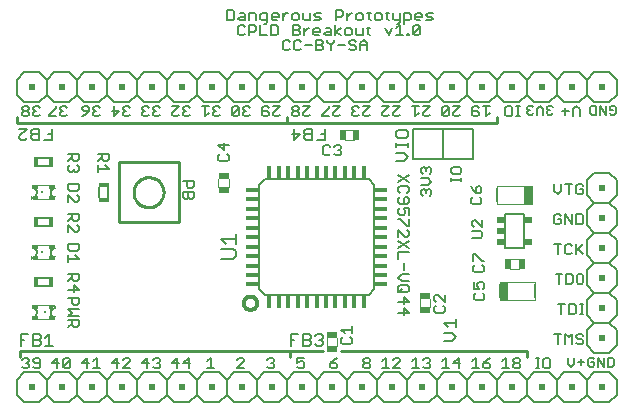
<source format=gto>
G75*
G70*
%OFA0B0*%
%FSLAX24Y24*%
%IPPOS*%
%LPD*%
%AMOC8*
5,1,8,0,0,1.08239X$1,22.5*
%
%ADD10C,0.0050*%
%ADD11C,0.0070*%
%ADD12C,0.0100*%
%ADD13C,0.0080*%
%ADD14C,0.0120*%
%ADD15C,0.0060*%
%ADD16R,0.0200X0.0200*%
%ADD17R,0.0374X0.0197*%
%ADD18R,0.0374X0.0197*%
%ADD19C,0.0040*%
%ADD20R,0.0197X0.0374*%
%ADD21R,0.0197X0.0374*%
%ADD22R,0.0079X0.0472*%
%ADD23R,0.0256X0.0591*%
%ADD24C,0.0086*%
%ADD25R,0.0340X0.0160*%
%ADD26R,0.0197X0.0128*%
%ADD27R,0.0098X0.0059*%
%ADD28R,0.0069X0.0157*%
%ADD29R,0.0079X0.0079*%
%ADD30R,0.0118X0.0118*%
%ADD31R,0.0030X0.0128*%
%ADD32R,0.0160X0.0340*%
%ADD33R,0.0256X0.0197*%
%ADD34R,0.0157X0.0472*%
%ADD35R,0.0472X0.0157*%
%ADD36C,0.0079*%
D10*
X000908Y001786D02*
X000850Y001845D01*
X000908Y001786D02*
X001025Y001786D01*
X001083Y001845D01*
X001083Y001903D01*
X001025Y001961D01*
X000966Y001961D01*
X001025Y001961D02*
X001083Y002020D01*
X001083Y002078D01*
X001025Y002137D01*
X000908Y002137D01*
X000850Y002078D01*
X001218Y002078D02*
X001218Y002020D01*
X001276Y001961D01*
X001451Y001961D01*
X001451Y001845D02*
X001451Y002078D01*
X001393Y002137D01*
X001276Y002137D01*
X001218Y002078D01*
X001218Y001845D02*
X001276Y001786D01*
X001393Y001786D01*
X001451Y001845D01*
X001850Y001961D02*
X002083Y001961D01*
X002218Y001845D02*
X002451Y002078D01*
X002451Y001845D01*
X002393Y001786D01*
X002276Y001786D01*
X002218Y001845D01*
X002218Y002078D01*
X002276Y002137D01*
X002393Y002137D01*
X002451Y002078D01*
X002850Y001961D02*
X003083Y001961D01*
X003218Y002020D02*
X003335Y002137D01*
X003335Y001786D01*
X003451Y001786D02*
X003218Y001786D01*
X003025Y001786D02*
X003025Y002137D01*
X002850Y001961D01*
X002025Y001786D02*
X002025Y002137D01*
X001850Y001961D01*
X002386Y003166D02*
X002503Y003283D01*
X002503Y003225D02*
X002503Y003400D01*
X002386Y003400D02*
X002737Y003400D01*
X002737Y003225D01*
X002678Y003166D01*
X002561Y003166D01*
X002503Y003225D01*
X002386Y003534D02*
X002737Y003534D01*
X002737Y003768D02*
X002386Y003768D01*
X002503Y003651D01*
X002386Y003534D01*
X002561Y003903D02*
X002503Y003961D01*
X002503Y004136D01*
X002386Y004136D02*
X002737Y004136D01*
X002737Y003961D01*
X002678Y003903D01*
X002561Y003903D01*
X002561Y004334D02*
X002561Y004568D01*
X002737Y004393D01*
X002386Y004393D01*
X002386Y004703D02*
X002503Y004820D01*
X002503Y004761D02*
X002503Y004936D01*
X002386Y004936D02*
X002737Y004936D01*
X002737Y004761D01*
X002678Y004703D01*
X002561Y004703D01*
X002503Y004761D01*
X002386Y005334D02*
X002386Y005568D01*
X002386Y005451D02*
X002737Y005451D01*
X002620Y005568D01*
X002678Y005703D02*
X002445Y005703D01*
X002386Y005761D01*
X002386Y005936D01*
X002737Y005936D01*
X002737Y005761D01*
X002678Y005703D01*
X002678Y006334D02*
X002737Y006393D01*
X002737Y006510D01*
X002678Y006568D01*
X002678Y006703D02*
X002561Y006703D01*
X002503Y006761D01*
X002503Y006936D01*
X002503Y006820D02*
X002386Y006703D01*
X002386Y006568D02*
X002620Y006334D01*
X002678Y006334D01*
X002386Y006334D02*
X002386Y006568D01*
X002678Y006703D02*
X002737Y006761D01*
X002737Y006936D01*
X002386Y006936D01*
X002386Y007334D02*
X002386Y007568D01*
X002620Y007334D01*
X002678Y007334D01*
X002737Y007393D01*
X002737Y007510D01*
X002678Y007568D01*
X002678Y007703D02*
X002445Y007703D01*
X002386Y007761D01*
X002386Y007936D01*
X002737Y007936D01*
X002737Y007761D01*
X002678Y007703D01*
X002678Y008334D02*
X002620Y008334D01*
X002561Y008393D01*
X002503Y008334D01*
X002445Y008334D01*
X002386Y008393D01*
X002386Y008510D01*
X002445Y008568D01*
X002386Y008703D02*
X002503Y008820D01*
X002503Y008761D02*
X002503Y008936D01*
X002386Y008936D02*
X002737Y008936D01*
X002737Y008761D01*
X002678Y008703D01*
X002561Y008703D01*
X002503Y008761D01*
X002678Y008568D02*
X002737Y008510D01*
X002737Y008393D01*
X002678Y008334D01*
X002561Y008393D02*
X002561Y008451D01*
X003386Y008451D02*
X003737Y008451D01*
X003620Y008568D01*
X003678Y008703D02*
X003561Y008703D01*
X003503Y008761D01*
X003503Y008936D01*
X003503Y008820D02*
X003386Y008703D01*
X003386Y008568D02*
X003386Y008334D01*
X003678Y008703D02*
X003737Y008761D01*
X003737Y008936D01*
X003386Y008936D01*
X003378Y010186D02*
X003261Y010186D01*
X003203Y010244D01*
X003203Y010303D01*
X003261Y010361D01*
X003203Y010420D01*
X003203Y010478D01*
X003261Y010536D01*
X003378Y010536D01*
X003436Y010478D01*
X003320Y010361D02*
X003261Y010361D01*
X003068Y010361D02*
X002893Y010361D01*
X002834Y010420D01*
X002834Y010478D01*
X002893Y010536D01*
X003010Y010536D01*
X003068Y010478D01*
X003068Y010361D01*
X002951Y010244D01*
X002834Y010186D01*
X003378Y010186D02*
X003436Y010244D01*
X003834Y010361D02*
X004068Y010361D01*
X003893Y010186D01*
X003893Y010536D01*
X004203Y010478D02*
X004261Y010536D01*
X004378Y010536D01*
X004436Y010478D01*
X004320Y010361D02*
X004261Y010361D01*
X004203Y010420D01*
X004203Y010478D01*
X004261Y010361D02*
X004203Y010303D01*
X004203Y010244D01*
X004261Y010186D01*
X004378Y010186D01*
X004436Y010244D01*
X004834Y010244D02*
X004893Y010186D01*
X005010Y010186D01*
X005068Y010244D01*
X005203Y010244D02*
X005261Y010186D01*
X005378Y010186D01*
X005436Y010244D01*
X005320Y010361D02*
X005261Y010361D01*
X005203Y010420D01*
X005203Y010478D01*
X005261Y010536D01*
X005378Y010536D01*
X005436Y010478D01*
X005261Y010361D02*
X005203Y010303D01*
X005203Y010244D01*
X005068Y010478D02*
X005010Y010536D01*
X004893Y010536D01*
X004834Y010478D01*
X004834Y010420D01*
X004893Y010361D01*
X004951Y010361D01*
X004893Y010361D02*
X004834Y010303D01*
X004834Y010244D01*
X005834Y010244D02*
X005893Y010186D01*
X006010Y010186D01*
X006068Y010244D01*
X006203Y010244D02*
X006261Y010186D01*
X006378Y010186D01*
X006436Y010244D01*
X006320Y010361D02*
X006261Y010361D01*
X006203Y010420D01*
X006203Y010478D01*
X006261Y010536D01*
X006378Y010536D01*
X006436Y010478D01*
X006261Y010361D02*
X006203Y010303D01*
X006203Y010244D01*
X006068Y010536D02*
X005834Y010536D01*
X005834Y010303D02*
X006068Y010536D01*
X005834Y010303D02*
X005834Y010244D01*
X006834Y010536D02*
X007068Y010536D01*
X006951Y010536D02*
X006951Y010186D01*
X007068Y010303D01*
X007203Y010303D02*
X007261Y010361D01*
X007203Y010420D01*
X007203Y010478D01*
X007261Y010536D01*
X007378Y010536D01*
X007436Y010478D01*
X007320Y010361D02*
X007261Y010361D01*
X007203Y010303D02*
X007203Y010244D01*
X007261Y010186D01*
X007378Y010186D01*
X007436Y010244D01*
X007834Y010244D02*
X008068Y010478D01*
X008010Y010536D01*
X007893Y010536D01*
X007834Y010478D01*
X007834Y010244D01*
X007893Y010186D01*
X008010Y010186D01*
X008068Y010244D01*
X008068Y010478D01*
X008203Y010478D02*
X008261Y010536D01*
X008378Y010536D01*
X008436Y010478D01*
X008320Y010361D02*
X008261Y010361D01*
X008203Y010420D01*
X008203Y010478D01*
X008261Y010361D02*
X008203Y010303D01*
X008203Y010244D01*
X008261Y010186D01*
X008378Y010186D01*
X008436Y010244D01*
X008834Y010244D02*
X008893Y010186D01*
X009010Y010186D01*
X009068Y010244D01*
X009068Y010303D01*
X009010Y010361D01*
X008834Y010361D01*
X008834Y010478D02*
X008834Y010244D01*
X008834Y010478D02*
X008893Y010536D01*
X009010Y010536D01*
X009068Y010478D01*
X009203Y010536D02*
X009436Y010536D01*
X009203Y010303D01*
X009203Y010244D01*
X009261Y010186D01*
X009378Y010186D01*
X009436Y010244D01*
X009834Y010244D02*
X009893Y010186D01*
X010010Y010186D01*
X010068Y010244D01*
X010068Y010303D01*
X010010Y010361D01*
X009893Y010361D01*
X009834Y010420D01*
X009834Y010478D01*
X009893Y010536D01*
X010010Y010536D01*
X010068Y010478D01*
X010068Y010420D01*
X010010Y010361D01*
X009893Y010361D02*
X009834Y010303D01*
X009834Y010244D01*
X010203Y010244D02*
X010261Y010186D01*
X010378Y010186D01*
X010436Y010244D01*
X010203Y010244D02*
X010203Y010303D01*
X010436Y010536D01*
X010203Y010536D01*
X010834Y010244D02*
X010834Y010186D01*
X011068Y010186D01*
X011203Y010244D02*
X011261Y010186D01*
X011378Y010186D01*
X011436Y010244D01*
X011203Y010244D02*
X011203Y010303D01*
X011436Y010536D01*
X011203Y010536D01*
X011068Y010536D02*
X011068Y010478D01*
X010834Y010244D01*
X011834Y010244D02*
X011893Y010186D01*
X012010Y010186D01*
X012068Y010244D01*
X012203Y010244D02*
X012261Y010186D01*
X012378Y010186D01*
X012436Y010244D01*
X012203Y010244D02*
X012203Y010303D01*
X012436Y010536D01*
X012203Y010536D01*
X012068Y010478D02*
X012010Y010536D01*
X011893Y010536D01*
X011834Y010478D01*
X011834Y010420D01*
X011893Y010361D01*
X011951Y010361D01*
X011893Y010361D02*
X011834Y010303D01*
X011834Y010244D01*
X012834Y010244D02*
X012893Y010186D01*
X013010Y010186D01*
X013068Y010244D01*
X013203Y010244D02*
X013261Y010186D01*
X013378Y010186D01*
X013436Y010244D01*
X013203Y010244D02*
X013203Y010303D01*
X013436Y010536D01*
X013203Y010536D01*
X013068Y010536D02*
X012834Y010303D01*
X012834Y010244D01*
X012834Y010536D02*
X013068Y010536D01*
X013834Y010536D02*
X014068Y010536D01*
X013951Y010536D02*
X013951Y010186D01*
X014068Y010303D01*
X014203Y010303D02*
X014203Y010244D01*
X014261Y010186D01*
X014378Y010186D01*
X014436Y010244D01*
X014203Y010303D02*
X014436Y010536D01*
X014203Y010536D01*
X014834Y010478D02*
X014834Y010244D01*
X015068Y010478D01*
X015010Y010536D01*
X014893Y010536D01*
X014834Y010478D01*
X014834Y010244D02*
X014893Y010186D01*
X015010Y010186D01*
X015068Y010244D01*
X015068Y010478D01*
X015203Y010536D02*
X015436Y010536D01*
X015203Y010303D01*
X015203Y010244D01*
X015261Y010186D01*
X015378Y010186D01*
X015436Y010244D01*
X015834Y010244D02*
X015893Y010186D01*
X016010Y010186D01*
X016068Y010244D01*
X016068Y010303D01*
X016010Y010361D01*
X015834Y010361D01*
X015834Y010478D02*
X015834Y010244D01*
X015834Y010478D02*
X015893Y010536D01*
X016010Y010536D01*
X016068Y010478D01*
X016203Y010536D02*
X016436Y010536D01*
X016320Y010536D02*
X016320Y010186D01*
X016436Y010303D01*
X016957Y010244D02*
X017016Y010186D01*
X017132Y010186D01*
X017191Y010244D01*
X017191Y010478D01*
X017132Y010536D01*
X017016Y010536D01*
X016957Y010478D01*
X016957Y010244D01*
X017320Y010186D02*
X017436Y010186D01*
X017378Y010186D02*
X017378Y010536D01*
X017436Y010536D02*
X017320Y010536D01*
X017692Y010486D02*
X017742Y010536D01*
X017842Y010536D01*
X017892Y010486D01*
X018014Y010436D02*
X018014Y010236D01*
X017892Y010286D02*
X017842Y010236D01*
X017742Y010236D01*
X017692Y010286D01*
X017692Y010336D01*
X017742Y010386D01*
X017692Y010436D01*
X017692Y010486D01*
X017742Y010386D02*
X017792Y010386D01*
X018014Y010436D02*
X018114Y010536D01*
X018214Y010436D01*
X018214Y010236D01*
X018336Y010286D02*
X018336Y010336D01*
X018386Y010386D01*
X018336Y010436D01*
X018336Y010486D01*
X018386Y010536D01*
X018486Y010536D01*
X018536Y010486D01*
X018436Y010386D02*
X018386Y010386D01*
X018336Y010286D02*
X018386Y010236D01*
X018486Y010236D01*
X018536Y010286D01*
X018834Y010361D02*
X019068Y010361D01*
X019203Y010420D02*
X019320Y010536D01*
X019436Y010420D01*
X019436Y010186D01*
X019203Y010186D02*
X019203Y010420D01*
X018951Y010478D02*
X018951Y010244D01*
X019792Y010286D02*
X019842Y010236D01*
X019992Y010236D01*
X019992Y010536D01*
X019842Y010536D01*
X019792Y010486D01*
X019792Y010286D01*
X020114Y010236D02*
X020114Y010536D01*
X020314Y010236D01*
X020314Y010536D01*
X020436Y010486D02*
X020436Y010386D01*
X020536Y010386D01*
X020436Y010286D02*
X020486Y010236D01*
X020586Y010236D01*
X020636Y010286D01*
X020636Y010486D01*
X020586Y010536D01*
X020486Y010536D01*
X020436Y010486D01*
X019493Y007937D02*
X019376Y007937D01*
X019318Y007878D01*
X019318Y007645D01*
X019376Y007586D01*
X019493Y007586D01*
X019551Y007645D01*
X019551Y007761D01*
X019435Y007761D01*
X019551Y007878D02*
X019493Y007937D01*
X019183Y007937D02*
X018950Y007937D01*
X019066Y007937D02*
X019066Y007586D01*
X018815Y007703D02*
X018815Y007937D01*
X018581Y007937D02*
X018581Y007703D01*
X018698Y007586D01*
X018815Y007703D01*
X018756Y006937D02*
X018640Y006937D01*
X018581Y006878D01*
X018581Y006645D01*
X018640Y006586D01*
X018756Y006586D01*
X018815Y006645D01*
X018815Y006761D01*
X018698Y006761D01*
X018815Y006878D02*
X018756Y006937D01*
X018950Y006937D02*
X019183Y006586D01*
X019183Y006937D01*
X019318Y006937D02*
X019493Y006937D01*
X019551Y006878D01*
X019551Y006645D01*
X019493Y006586D01*
X019318Y006586D01*
X019318Y006937D01*
X018950Y006937D02*
X018950Y006586D01*
X019008Y005937D02*
X018950Y005878D01*
X018950Y005645D01*
X019008Y005586D01*
X019125Y005586D01*
X019183Y005645D01*
X019318Y005703D02*
X019551Y005937D01*
X019318Y005937D02*
X019318Y005586D01*
X019376Y005761D02*
X019551Y005586D01*
X019183Y005878D02*
X019125Y005937D01*
X019008Y005937D01*
X018815Y005937D02*
X018581Y005937D01*
X018698Y005937D02*
X018698Y005586D01*
X018747Y004937D02*
X018747Y004606D01*
X018986Y004606D02*
X019152Y004606D01*
X019207Y004661D01*
X019207Y004881D01*
X019152Y004937D01*
X018986Y004937D01*
X018986Y004606D01*
X019336Y004661D02*
X019391Y004606D01*
X019501Y004606D01*
X019556Y004661D01*
X019556Y004881D01*
X019501Y004937D01*
X019391Y004937D01*
X019336Y004881D01*
X019336Y004661D01*
X018857Y004937D02*
X018637Y004937D01*
X018704Y003937D02*
X018938Y003937D01*
X018821Y003937D02*
X018821Y003586D01*
X019072Y003586D02*
X019248Y003586D01*
X019306Y003645D01*
X019306Y003878D01*
X019248Y003937D01*
X019072Y003937D01*
X019072Y003586D01*
X019441Y003586D02*
X019557Y003586D01*
X019499Y003586D02*
X019499Y003937D01*
X019441Y003937D02*
X019557Y003937D01*
X019493Y002937D02*
X019376Y002937D01*
X019318Y002878D01*
X019318Y002820D01*
X019376Y002761D01*
X019493Y002761D01*
X019551Y002703D01*
X019551Y002645D01*
X019493Y002586D01*
X019376Y002586D01*
X019318Y002645D01*
X019183Y002586D02*
X019183Y002937D01*
X019066Y002820D01*
X018950Y002937D01*
X018950Y002586D01*
X018698Y002586D02*
X018698Y002937D01*
X018581Y002937D02*
X018815Y002937D01*
X019493Y002937D02*
X019551Y002878D01*
X019769Y002136D02*
X019719Y002086D01*
X019719Y001886D01*
X019769Y001836D01*
X019870Y001836D01*
X019920Y001886D01*
X019920Y001986D01*
X019820Y001986D01*
X019920Y002086D02*
X019870Y002136D01*
X019769Y002136D01*
X019564Y001986D02*
X019364Y001986D01*
X019242Y001936D02*
X019142Y001836D01*
X019042Y001936D01*
X019042Y002136D01*
X019242Y002136D02*
X019242Y001936D01*
X019464Y001886D02*
X019464Y002086D01*
X020042Y002136D02*
X020042Y001836D01*
X020242Y001836D02*
X020242Y002136D01*
X020364Y002136D02*
X020514Y002136D01*
X020564Y002086D01*
X020564Y001886D01*
X020514Y001836D01*
X020364Y001836D01*
X020364Y002136D01*
X020042Y002136D02*
X020242Y001836D01*
X018451Y001845D02*
X018393Y001786D01*
X018276Y001786D01*
X018218Y001845D01*
X018218Y002078D01*
X018276Y002137D01*
X018393Y002137D01*
X018451Y002078D01*
X018451Y001845D01*
X018089Y001786D02*
X017972Y001786D01*
X018031Y001786D02*
X018031Y002137D01*
X018089Y002137D02*
X017972Y002137D01*
X017451Y002078D02*
X017451Y002020D01*
X017393Y001961D01*
X017276Y001961D01*
X017218Y002020D01*
X017218Y002078D01*
X017276Y002137D01*
X017393Y002137D01*
X017451Y002078D01*
X017393Y001961D02*
X017451Y001903D01*
X017451Y001845D01*
X017393Y001786D01*
X017276Y001786D01*
X017218Y001845D01*
X017218Y001903D01*
X017276Y001961D01*
X017083Y001786D02*
X016850Y001786D01*
X016966Y001786D02*
X016966Y002137D01*
X016850Y002020D01*
X016451Y002137D02*
X016335Y002078D01*
X016218Y001961D01*
X016393Y001961D01*
X016451Y001903D01*
X016451Y001845D01*
X016393Y001786D01*
X016276Y001786D01*
X016218Y001845D01*
X016218Y001961D01*
X016083Y001786D02*
X015850Y001786D01*
X015966Y001786D02*
X015966Y002137D01*
X015850Y002020D01*
X015451Y001961D02*
X015218Y001961D01*
X015393Y002137D01*
X015393Y001786D01*
X015083Y001786D02*
X014850Y001786D01*
X014966Y001786D02*
X014966Y002137D01*
X014850Y002020D01*
X014451Y002020D02*
X014393Y001961D01*
X014451Y001903D01*
X014451Y001845D01*
X014393Y001786D01*
X014276Y001786D01*
X014218Y001845D01*
X014083Y001786D02*
X013850Y001786D01*
X013966Y001786D02*
X013966Y002137D01*
X013850Y002020D01*
X013451Y002020D02*
X013451Y002078D01*
X013393Y002137D01*
X013276Y002137D01*
X013218Y002078D01*
X012966Y002137D02*
X012966Y001786D01*
X012850Y001786D02*
X013083Y001786D01*
X013218Y001786D02*
X013451Y002020D01*
X013451Y001786D02*
X013218Y001786D01*
X012966Y002137D02*
X012850Y002020D01*
X012451Y002020D02*
X012393Y001961D01*
X012276Y001961D01*
X012218Y002020D01*
X012218Y002078D01*
X012276Y002137D01*
X012393Y002137D01*
X012451Y002078D01*
X012451Y002020D01*
X012393Y001961D02*
X012451Y001903D01*
X012451Y001845D01*
X012393Y001786D01*
X012276Y001786D01*
X012218Y001845D01*
X012218Y001903D01*
X012276Y001961D01*
X011778Y002586D02*
X011544Y002586D01*
X011486Y002645D01*
X011486Y002761D01*
X011544Y002820D01*
X011603Y002955D02*
X011486Y003071D01*
X011836Y003071D01*
X011836Y002955D02*
X011836Y003188D01*
X011778Y002820D02*
X011836Y002761D01*
X011836Y002645D01*
X011778Y002586D01*
X011351Y002137D02*
X011235Y002078D01*
X011118Y001961D01*
X011293Y001961D01*
X011351Y001903D01*
X011351Y001845D01*
X011293Y001786D01*
X011176Y001786D01*
X011118Y001845D01*
X011118Y001961D01*
X010251Y001961D02*
X010251Y001845D01*
X010193Y001786D01*
X010076Y001786D01*
X010018Y001845D01*
X010018Y001961D02*
X010135Y002020D01*
X010193Y002020D01*
X010251Y001961D01*
X010251Y002137D02*
X010018Y002137D01*
X010018Y001961D01*
X009251Y001903D02*
X009251Y001845D01*
X009193Y001786D01*
X009076Y001786D01*
X009018Y001845D01*
X009135Y001961D02*
X009193Y001961D01*
X009251Y001903D01*
X009193Y001961D02*
X009251Y002020D01*
X009251Y002078D01*
X009193Y002137D01*
X009076Y002137D01*
X009018Y002078D01*
X008251Y002078D02*
X008193Y002137D01*
X008076Y002137D01*
X008018Y002078D01*
X008251Y002078D02*
X008251Y002020D01*
X008018Y001786D01*
X008251Y001786D01*
X007251Y001786D02*
X007018Y001786D01*
X007135Y001786D02*
X007135Y002137D01*
X007018Y002020D01*
X006451Y001961D02*
X006218Y001961D01*
X006393Y002137D01*
X006393Y001786D01*
X006025Y001786D02*
X006025Y002137D01*
X005850Y001961D01*
X006083Y001961D01*
X005451Y001903D02*
X005451Y001845D01*
X005393Y001786D01*
X005276Y001786D01*
X005218Y001845D01*
X005335Y001961D02*
X005393Y001961D01*
X005451Y001903D01*
X005393Y001961D02*
X005451Y002020D01*
X005451Y002078D01*
X005393Y002137D01*
X005276Y002137D01*
X005218Y002078D01*
X005083Y001961D02*
X004850Y001961D01*
X005025Y002137D01*
X005025Y001786D01*
X004451Y001786D02*
X004218Y001786D01*
X004451Y002020D01*
X004451Y002078D01*
X004393Y002137D01*
X004276Y002137D01*
X004218Y002078D01*
X004083Y001961D02*
X003850Y001961D01*
X004025Y002137D01*
X004025Y001786D01*
X006270Y007434D02*
X006211Y007493D01*
X006211Y007668D01*
X006562Y007668D01*
X006562Y007493D01*
X006503Y007434D01*
X006445Y007434D01*
X006386Y007493D01*
X006386Y007668D01*
X006386Y007803D02*
X006328Y007861D01*
X006328Y008036D01*
X006211Y008036D02*
X006562Y008036D01*
X006562Y007861D01*
X006503Y007803D01*
X006386Y007803D01*
X006386Y007493D02*
X006328Y007434D01*
X006270Y007434D01*
X007444Y008686D02*
X007678Y008686D01*
X007736Y008745D01*
X007736Y008861D01*
X007678Y008920D01*
X007561Y009055D02*
X007561Y009288D01*
X007386Y009230D02*
X007561Y009055D01*
X007444Y008920D02*
X007386Y008861D01*
X007386Y008745D01*
X007444Y008686D01*
X007386Y009230D02*
X007736Y009230D01*
X010886Y009178D02*
X010886Y008945D01*
X010945Y008886D01*
X011061Y008886D01*
X011120Y008945D01*
X011255Y008945D02*
X011313Y008886D01*
X011430Y008886D01*
X011488Y008945D01*
X011488Y009003D01*
X011430Y009061D01*
X011371Y009061D01*
X011430Y009061D02*
X011488Y009120D01*
X011488Y009178D01*
X011430Y009237D01*
X011313Y009237D01*
X011255Y009178D01*
X011120Y009178D02*
X011061Y009237D01*
X010945Y009237D01*
X010886Y009178D01*
X013386Y008236D02*
X013737Y008003D01*
X013678Y007868D02*
X013445Y007868D01*
X013386Y007810D01*
X013386Y007693D01*
X013445Y007634D01*
X013445Y007500D02*
X013386Y007441D01*
X013386Y007325D01*
X013445Y007266D01*
X013678Y007266D01*
X013737Y007325D01*
X013737Y007441D01*
X013678Y007500D01*
X013620Y007500D01*
X013561Y007441D01*
X013561Y007266D01*
X013561Y007131D02*
X013620Y007015D01*
X013620Y006956D01*
X013561Y006898D01*
X013445Y006898D01*
X013386Y006956D01*
X013386Y007073D01*
X013445Y007131D01*
X013561Y007131D02*
X013737Y007131D01*
X013737Y006898D01*
X013737Y006763D02*
X013737Y006530D01*
X013678Y006530D01*
X013445Y006763D01*
X013386Y006763D01*
X013386Y006395D02*
X013620Y006161D01*
X013678Y006161D01*
X013737Y006220D01*
X013737Y006336D01*
X013678Y006395D01*
X013386Y006395D02*
X013386Y006161D01*
X013386Y006026D02*
X013737Y005793D01*
X013737Y005658D02*
X013386Y005658D01*
X013386Y005425D01*
X013561Y005290D02*
X013561Y005056D01*
X013503Y004921D02*
X013386Y004805D01*
X013503Y004688D01*
X013737Y004688D01*
X013678Y004553D02*
X013445Y004553D01*
X013386Y004495D01*
X013386Y004378D01*
X013445Y004320D01*
X013678Y004320D01*
X013737Y004378D01*
X013737Y004495D01*
X013678Y004553D01*
X013503Y004436D02*
X013386Y004320D01*
X013561Y004185D02*
X013561Y003951D01*
X013561Y003817D02*
X013561Y003583D01*
X013386Y003641D02*
X013737Y003641D01*
X013561Y003817D01*
X013386Y004010D02*
X013737Y004010D01*
X013561Y004185D01*
X014586Y004193D02*
X014586Y004076D01*
X014644Y004018D01*
X014644Y003883D02*
X014586Y003825D01*
X014586Y003708D01*
X014644Y003650D01*
X014878Y003650D01*
X014936Y003708D01*
X014936Y003825D01*
X014878Y003883D01*
X014936Y004018D02*
X014703Y004251D01*
X014644Y004251D01*
X014586Y004193D01*
X014936Y004251D02*
X014936Y004018D01*
X015902Y004115D02*
X015961Y004056D01*
X016194Y004056D01*
X016252Y004115D01*
X016252Y004231D01*
X016194Y004290D01*
X016194Y004425D02*
X016252Y004483D01*
X016252Y004600D01*
X016194Y004658D01*
X016077Y004658D01*
X016019Y004600D01*
X016019Y004541D01*
X016077Y004425D01*
X015902Y004425D01*
X015902Y004658D01*
X015944Y004986D02*
X016178Y004986D01*
X016236Y005045D01*
X016236Y005161D01*
X016178Y005220D01*
X016178Y005355D02*
X016236Y005355D01*
X016178Y005355D02*
X015944Y005588D01*
X015886Y005588D01*
X015886Y005355D01*
X015944Y005220D02*
X015886Y005161D01*
X015886Y005045D01*
X015944Y004986D01*
X015961Y004290D02*
X015902Y004231D01*
X015902Y004115D01*
X013737Y004921D02*
X013503Y004921D01*
X013386Y005793D02*
X013737Y006026D01*
X014194Y007531D02*
X014136Y007590D01*
X014136Y007706D01*
X014194Y007765D01*
X014253Y007765D01*
X014311Y007706D01*
X014370Y007765D01*
X014428Y007765D01*
X014486Y007706D01*
X014486Y007590D01*
X014428Y007531D01*
X014311Y007648D02*
X014311Y007706D01*
X014370Y007900D02*
X014136Y007900D01*
X014370Y007900D02*
X014486Y008016D01*
X014370Y008133D01*
X014136Y008133D01*
X014194Y008268D02*
X014136Y008326D01*
X014136Y008443D01*
X014194Y008501D01*
X014253Y008501D01*
X014311Y008443D01*
X014370Y008501D01*
X014428Y008501D01*
X014486Y008443D01*
X014486Y008326D01*
X014428Y008268D01*
X014311Y008385D02*
X014311Y008443D01*
X013861Y008761D02*
X013861Y009761D01*
X014861Y009761D01*
X014861Y008761D01*
X013861Y008761D01*
X013737Y008236D02*
X013386Y008003D01*
X013678Y007868D02*
X013737Y007810D01*
X013737Y007693D01*
X013678Y007634D01*
X015136Y008022D02*
X015136Y008139D01*
X015136Y008081D02*
X015486Y008081D01*
X015486Y008139D02*
X015486Y008022D01*
X015428Y008268D02*
X015194Y008268D01*
X015136Y008326D01*
X015136Y008443D01*
X015194Y008501D01*
X015428Y008501D01*
X015486Y008443D01*
X015486Y008326D01*
X015428Y008268D01*
X015802Y007858D02*
X015861Y007741D01*
X015977Y007625D01*
X015977Y007800D01*
X016036Y007858D01*
X016094Y007858D01*
X016152Y007800D01*
X016152Y007683D01*
X016094Y007625D01*
X015977Y007625D01*
X015861Y007490D02*
X015802Y007431D01*
X015802Y007315D01*
X015861Y007256D01*
X016094Y007256D01*
X016152Y007315D01*
X016152Y007431D01*
X016094Y007490D01*
X016186Y006738D02*
X016186Y006505D01*
X015953Y006738D01*
X015894Y006738D01*
X015836Y006680D01*
X015836Y006563D01*
X015894Y006505D01*
X015836Y006370D02*
X016128Y006370D01*
X016186Y006311D01*
X016186Y006195D01*
X016128Y006136D01*
X015836Y006136D01*
X015861Y008761D02*
X014861Y008761D01*
X015861Y008761D02*
X015861Y009761D01*
X014861Y009761D01*
X012348Y012386D02*
X012348Y012620D01*
X012231Y012737D01*
X012114Y012620D01*
X012114Y012386D01*
X011980Y012445D02*
X011921Y012386D01*
X011804Y012386D01*
X011746Y012445D01*
X011804Y012561D02*
X011921Y012561D01*
X011980Y012503D01*
X011980Y012445D01*
X012114Y012561D02*
X012348Y012561D01*
X011980Y012678D02*
X011921Y012737D01*
X011804Y012737D01*
X011746Y012678D01*
X011746Y012620D01*
X011804Y012561D01*
X011611Y012561D02*
X011378Y012561D01*
X011243Y012678D02*
X011243Y012737D01*
X011243Y012678D02*
X011126Y012561D01*
X011126Y012386D01*
X011126Y012561D02*
X011009Y012678D01*
X011009Y012737D01*
X010875Y012678D02*
X010875Y012620D01*
X010816Y012561D01*
X010641Y012561D01*
X010506Y012561D02*
X010273Y012561D01*
X010138Y012445D02*
X010080Y012386D01*
X009963Y012386D01*
X009905Y012445D01*
X009905Y012678D01*
X009963Y012737D01*
X010080Y012737D01*
X010138Y012678D01*
X010053Y012886D02*
X009878Y012886D01*
X009878Y013237D01*
X010053Y013237D01*
X010111Y013178D01*
X010111Y013120D01*
X010053Y013061D01*
X009878Y013061D01*
X010053Y013061D02*
X010111Y013003D01*
X010111Y012945D01*
X010053Y012886D01*
X010246Y012886D02*
X010246Y013120D01*
X010363Y013120D02*
X010421Y013120D01*
X010363Y013120D02*
X010246Y013003D01*
X010553Y013003D02*
X010786Y013003D01*
X010786Y013061D01*
X010728Y013120D01*
X010611Y013120D01*
X010553Y013061D01*
X010553Y012945D01*
X010611Y012886D01*
X010728Y012886D01*
X010641Y012737D02*
X010816Y012737D01*
X010875Y012678D01*
X010816Y012561D02*
X010875Y012503D01*
X010875Y012445D01*
X010816Y012386D01*
X010641Y012386D01*
X010641Y012737D01*
X010921Y012945D02*
X010980Y013003D01*
X011155Y013003D01*
X011155Y013061D02*
X011155Y012886D01*
X010980Y012886D01*
X010921Y012945D01*
X010980Y013120D02*
X011096Y013120D01*
X011155Y013061D01*
X011290Y013003D02*
X011465Y013120D01*
X011596Y013061D02*
X011596Y012945D01*
X011655Y012886D01*
X011772Y012886D01*
X011830Y012945D01*
X011830Y013061D01*
X011772Y013120D01*
X011655Y013120D01*
X011596Y013061D01*
X011465Y012886D02*
X011290Y013003D01*
X011290Y012886D02*
X011290Y013237D01*
X011308Y013386D02*
X011308Y013737D01*
X011483Y013737D01*
X011541Y013678D01*
X011541Y013561D01*
X011483Y013503D01*
X011308Y013503D01*
X011676Y013503D02*
X011793Y013620D01*
X011851Y013620D01*
X011983Y013561D02*
X011983Y013445D01*
X012041Y013386D01*
X012158Y013386D01*
X012217Y013445D01*
X012217Y013561D01*
X012158Y013620D01*
X012041Y013620D01*
X011983Y013561D01*
X012351Y013620D02*
X012468Y013620D01*
X012410Y013678D02*
X012410Y013445D01*
X012468Y013386D01*
X012597Y013445D02*
X012655Y013386D01*
X012772Y013386D01*
X012830Y013445D01*
X012830Y013561D01*
X012772Y013620D01*
X012655Y013620D01*
X012597Y013561D01*
X012597Y013445D01*
X012965Y013620D02*
X013082Y013620D01*
X013024Y013678D02*
X013024Y013445D01*
X013082Y013386D01*
X013211Y013445D02*
X013269Y013386D01*
X013444Y013386D01*
X013444Y013328D02*
X013386Y013270D01*
X013327Y013270D01*
X013432Y013237D02*
X013432Y012886D01*
X013315Y012886D02*
X013549Y012886D01*
X013684Y012886D02*
X013742Y012886D01*
X013742Y012945D01*
X013684Y012945D01*
X013684Y012886D01*
X013868Y012945D02*
X014101Y013178D01*
X014101Y012945D01*
X014043Y012886D01*
X013926Y012886D01*
X013868Y012945D01*
X013868Y013178D01*
X013926Y013237D01*
X014043Y013237D01*
X014101Y013178D01*
X014122Y013386D02*
X014006Y013386D01*
X013947Y013445D01*
X013947Y013561D01*
X014006Y013620D01*
X014122Y013620D01*
X014181Y013561D01*
X014181Y013503D01*
X013947Y013503D01*
X013813Y013445D02*
X013754Y013386D01*
X013579Y013386D01*
X013579Y013270D02*
X013579Y013620D01*
X013754Y013620D01*
X013813Y013561D01*
X013813Y013445D01*
X013444Y013328D02*
X013444Y013620D01*
X013211Y013620D02*
X013211Y013445D01*
X013432Y013237D02*
X013315Y013120D01*
X013180Y013120D02*
X013064Y012886D01*
X012947Y013120D01*
X012450Y013120D02*
X012333Y013120D01*
X012391Y013178D02*
X012391Y012945D01*
X012450Y012886D01*
X012198Y012886D02*
X012198Y013120D01*
X011965Y013120D02*
X011965Y012945D01*
X012023Y012886D01*
X012198Y012886D01*
X011676Y013386D02*
X011676Y013620D01*
X010805Y013620D02*
X010630Y013620D01*
X010571Y013561D01*
X010630Y013503D01*
X010746Y013503D01*
X010805Y013445D01*
X010746Y013386D01*
X010571Y013386D01*
X010436Y013386D02*
X010436Y013620D01*
X010203Y013620D02*
X010203Y013445D01*
X010261Y013386D01*
X010436Y013386D01*
X010068Y013445D02*
X010068Y013561D01*
X010010Y013620D01*
X009893Y013620D01*
X009835Y013561D01*
X009835Y013445D01*
X009893Y013386D01*
X010010Y013386D01*
X010068Y013445D01*
X009703Y013620D02*
X009645Y013620D01*
X009528Y013503D01*
X009528Y013386D02*
X009528Y013620D01*
X009393Y013561D02*
X009393Y013503D01*
X009159Y013503D01*
X009159Y013561D02*
X009218Y013620D01*
X009335Y013620D01*
X009393Y013561D01*
X009335Y013386D02*
X009218Y013386D01*
X009159Y013445D01*
X009159Y013561D01*
X009025Y013620D02*
X008850Y013620D01*
X008791Y013561D01*
X008791Y013445D01*
X008850Y013386D01*
X009025Y013386D01*
X009025Y013328D02*
X009025Y013620D01*
X009025Y013328D02*
X008966Y013270D01*
X008908Y013270D01*
X008773Y013237D02*
X008773Y012886D01*
X009006Y012886D01*
X009141Y012886D02*
X009316Y012886D01*
X009375Y012945D01*
X009375Y013178D01*
X009316Y013237D01*
X009141Y013237D01*
X009141Y012886D01*
X009536Y012678D02*
X009536Y012445D01*
X009595Y012386D01*
X009711Y012386D01*
X009770Y012445D01*
X009770Y012678D02*
X009711Y012737D01*
X009595Y012737D01*
X009536Y012678D01*
X008638Y013061D02*
X008638Y013178D01*
X008580Y013237D01*
X008405Y013237D01*
X008405Y012886D01*
X008405Y013003D02*
X008580Y013003D01*
X008638Y013061D01*
X008656Y013386D02*
X008656Y013561D01*
X008598Y013620D01*
X008423Y013620D01*
X008423Y013386D01*
X008288Y013386D02*
X008288Y013561D01*
X008230Y013620D01*
X008113Y013620D01*
X008113Y013503D02*
X008055Y013445D01*
X008113Y013386D01*
X008288Y013386D01*
X008288Y013503D02*
X008113Y013503D01*
X007920Y013445D02*
X007920Y013678D01*
X007861Y013737D01*
X007686Y013737D01*
X007686Y013386D01*
X007861Y013386D01*
X007920Y013445D01*
X008095Y013237D02*
X008036Y013178D01*
X008036Y012945D01*
X008095Y012886D01*
X008211Y012886D01*
X008270Y012945D01*
X008270Y013178D02*
X008211Y013237D01*
X008095Y013237D01*
X002336Y010478D02*
X002278Y010536D01*
X002161Y010536D01*
X002103Y010478D01*
X002103Y010420D01*
X002161Y010361D01*
X002220Y010361D01*
X002161Y010361D02*
X002103Y010303D01*
X002103Y010244D01*
X002161Y010186D01*
X002278Y010186D01*
X002336Y010244D01*
X001968Y010186D02*
X001734Y010186D01*
X001734Y010244D01*
X001968Y010478D01*
X001968Y010536D01*
X001436Y010478D02*
X001378Y010536D01*
X001261Y010536D01*
X001203Y010478D01*
X001203Y010420D01*
X001261Y010361D01*
X001320Y010361D01*
X001261Y010361D02*
X001203Y010303D01*
X001203Y010244D01*
X001261Y010186D01*
X001378Y010186D01*
X001436Y010244D01*
X001068Y010244D02*
X001068Y010303D01*
X001010Y010361D01*
X000893Y010361D01*
X000834Y010420D01*
X000834Y010478D01*
X000893Y010536D01*
X001010Y010536D01*
X001068Y010478D01*
X001068Y010420D01*
X001010Y010361D01*
X000893Y010361D02*
X000834Y010303D01*
X000834Y010244D01*
X000893Y010186D01*
X001010Y010186D01*
X001068Y010244D01*
X014218Y002078D02*
X014276Y002137D01*
X014393Y002137D01*
X014451Y002078D01*
X014451Y002020D01*
X014393Y001961D02*
X014335Y001961D01*
X014316Y013386D02*
X014491Y013386D01*
X014549Y013445D01*
X014491Y013503D01*
X014374Y013503D01*
X014316Y013561D01*
X014374Y013620D01*
X014549Y013620D01*
D11*
X010926Y009776D02*
X010926Y009396D01*
X010673Y009396D01*
X010512Y009396D02*
X010322Y009396D01*
X010258Y009459D01*
X010258Y009523D01*
X010322Y009586D01*
X010512Y009586D01*
X010512Y009776D02*
X010512Y009396D01*
X010322Y009586D02*
X010258Y009649D01*
X010258Y009713D01*
X010322Y009776D01*
X010512Y009776D01*
X010799Y009586D02*
X010926Y009586D01*
X010098Y009586D02*
X009844Y009586D01*
X009907Y009396D02*
X010098Y009586D01*
X009907Y009776D02*
X009907Y009396D01*
X001826Y009396D02*
X001573Y009396D01*
X001412Y009396D02*
X001222Y009396D01*
X001158Y009459D01*
X001158Y009523D01*
X001222Y009586D01*
X001412Y009586D01*
X001412Y009776D02*
X001412Y009396D01*
X001222Y009586D02*
X001158Y009649D01*
X001158Y009713D01*
X001222Y009776D01*
X001412Y009776D01*
X001699Y009586D02*
X001826Y009586D01*
X001826Y009776D02*
X001826Y009396D01*
X000998Y009459D02*
X000934Y009396D01*
X000807Y009396D01*
X000744Y009459D01*
X000744Y009523D01*
X000998Y009776D01*
X000744Y009776D01*
X000796Y002927D02*
X001050Y002927D01*
X001211Y002927D02*
X001401Y002927D01*
X001464Y002863D01*
X001464Y002800D01*
X001401Y002736D01*
X001211Y002736D01*
X001211Y002546D02*
X001401Y002546D01*
X001464Y002610D01*
X001464Y002673D01*
X001401Y002736D01*
X001625Y002800D02*
X001752Y002927D01*
X001752Y002546D01*
X001878Y002546D02*
X001625Y002546D01*
X001211Y002546D02*
X001211Y002927D01*
X000923Y002736D02*
X000796Y002736D01*
X000796Y002546D02*
X000796Y002927D01*
X009796Y002927D02*
X009796Y002546D01*
X009796Y002736D02*
X009923Y002736D01*
X009796Y002927D02*
X010050Y002927D01*
X010211Y002927D02*
X010401Y002927D01*
X010464Y002863D01*
X010464Y002800D01*
X010401Y002736D01*
X010211Y002736D01*
X010211Y002546D02*
X010401Y002546D01*
X010464Y002610D01*
X010464Y002673D01*
X010401Y002736D01*
X010625Y002610D02*
X010688Y002546D01*
X010815Y002546D01*
X010878Y002610D01*
X010878Y002673D01*
X010815Y002736D01*
X010752Y002736D01*
X010815Y002736D02*
X010878Y002800D01*
X010878Y002863D01*
X010815Y002927D01*
X010688Y002927D01*
X010625Y002863D01*
X010211Y002927D02*
X010211Y002546D01*
D12*
X009761Y002361D02*
X009761Y002161D01*
X009761Y002361D02*
X000761Y002361D01*
X000761Y002161D01*
X009761Y002361D02*
X010861Y002361D01*
X011461Y002361D02*
X017661Y002361D01*
X017661Y002161D01*
X016661Y009961D02*
X009661Y009961D01*
X009661Y010161D01*
X009661Y009961D02*
X000661Y009961D01*
X000661Y010161D01*
X016661Y010161D02*
X016661Y009961D01*
D13*
X013721Y009679D02*
X013721Y009539D01*
X013651Y009469D01*
X013371Y009469D01*
X013301Y009539D01*
X013301Y009679D01*
X013371Y009749D01*
X013651Y009749D01*
X013721Y009679D01*
X013721Y009302D02*
X013721Y009162D01*
X013721Y009232D02*
X013301Y009232D01*
X013301Y009162D02*
X013301Y009302D01*
X013301Y008981D02*
X013581Y008981D01*
X013721Y008841D01*
X013581Y008701D01*
X013301Y008701D01*
X015321Y003442D02*
X015321Y003162D01*
X015321Y003302D02*
X014901Y003302D01*
X015041Y003162D01*
X015181Y002981D02*
X014901Y002981D01*
X014901Y002701D02*
X015181Y002701D01*
X015321Y002841D01*
X015181Y002981D01*
D14*
X008237Y003961D02*
X008239Y003990D01*
X008245Y004019D01*
X008254Y004047D01*
X008267Y004073D01*
X008283Y004097D01*
X008303Y004119D01*
X008325Y004139D01*
X008349Y004155D01*
X008375Y004168D01*
X008403Y004177D01*
X008432Y004183D01*
X008461Y004185D01*
X008490Y004183D01*
X008519Y004177D01*
X008547Y004168D01*
X008573Y004155D01*
X008597Y004139D01*
X008619Y004119D01*
X008639Y004097D01*
X008655Y004073D01*
X008668Y004047D01*
X008677Y004019D01*
X008683Y003990D01*
X008685Y003961D01*
X008683Y003932D01*
X008677Y003903D01*
X008668Y003875D01*
X008655Y003849D01*
X008639Y003825D01*
X008619Y003803D01*
X008597Y003783D01*
X008573Y003767D01*
X008547Y003754D01*
X008519Y003745D01*
X008490Y003739D01*
X008461Y003737D01*
X008432Y003739D01*
X008403Y003745D01*
X008375Y003754D01*
X008349Y003767D01*
X008325Y003783D01*
X008303Y003803D01*
X008283Y003825D01*
X008267Y003849D01*
X008254Y003875D01*
X008245Y003903D01*
X008239Y003932D01*
X008237Y003961D01*
D15*
X001411Y000661D02*
X000911Y000661D01*
X000661Y000911D01*
X000661Y001411D01*
X000911Y001661D01*
X001411Y001661D01*
X001661Y001411D01*
X001911Y001661D01*
X002411Y001661D01*
X002661Y001411D01*
X002661Y000911D01*
X002411Y000661D01*
X001911Y000661D01*
X001661Y000911D01*
X001411Y000661D01*
X001661Y000911D02*
X001661Y001411D01*
X002661Y001411D02*
X002911Y001661D01*
X003411Y001661D01*
X003661Y001411D01*
X003911Y001661D01*
X004411Y001661D01*
X004661Y001411D01*
X004911Y001661D01*
X005411Y001661D01*
X005661Y001411D01*
X005661Y000911D01*
X005411Y000661D01*
X004911Y000661D01*
X004661Y000911D01*
X004411Y000661D01*
X003911Y000661D01*
X003661Y000911D01*
X003411Y000661D01*
X002911Y000661D01*
X002661Y000911D01*
X003661Y000911D02*
X003661Y001411D01*
X004661Y001411D02*
X004661Y000911D01*
X005661Y000911D02*
X005911Y000661D01*
X006411Y000661D01*
X006661Y000911D01*
X006911Y000661D01*
X007411Y000661D01*
X007661Y000911D01*
X007911Y000661D01*
X008411Y000661D01*
X008661Y000911D01*
X008661Y001411D01*
X008411Y001661D01*
X007911Y001661D01*
X007661Y001411D01*
X007661Y000911D01*
X007661Y001411D02*
X007411Y001661D01*
X006911Y001661D01*
X006661Y001411D01*
X006661Y000911D01*
X006661Y001411D02*
X006411Y001661D01*
X005911Y001661D01*
X005661Y001411D01*
X008661Y001411D02*
X008911Y001661D01*
X009411Y001661D01*
X009661Y001411D01*
X009911Y001661D01*
X010411Y001661D01*
X010661Y001411D01*
X010911Y001661D01*
X011411Y001661D01*
X011661Y001411D01*
X011661Y000911D01*
X011411Y000661D01*
X010911Y000661D01*
X010661Y000911D01*
X010411Y000661D01*
X009911Y000661D01*
X009661Y000911D01*
X009411Y000661D01*
X008911Y000661D01*
X008661Y000911D01*
X009661Y000911D02*
X009661Y001411D01*
X010661Y001411D02*
X010661Y000911D01*
X011661Y000911D02*
X011911Y000661D01*
X012411Y000661D01*
X012661Y000911D01*
X012911Y000661D01*
X013411Y000661D01*
X013661Y000911D01*
X013911Y000661D01*
X014411Y000661D01*
X014661Y000911D01*
X014661Y001411D01*
X014411Y001661D01*
X013911Y001661D01*
X013661Y001411D01*
X013661Y000911D01*
X013661Y001411D02*
X013411Y001661D01*
X012911Y001661D01*
X012661Y001411D01*
X012661Y000911D01*
X012661Y001411D02*
X012411Y001661D01*
X011911Y001661D01*
X011661Y001411D01*
X014661Y001411D02*
X014911Y001661D01*
X015411Y001661D01*
X015661Y001411D01*
X015911Y001661D01*
X016411Y001661D01*
X016661Y001411D01*
X016911Y001661D01*
X017411Y001661D01*
X017661Y001411D01*
X017661Y000911D01*
X017411Y000661D01*
X016911Y000661D01*
X016661Y000911D01*
X016411Y000661D01*
X015911Y000661D01*
X015661Y000911D01*
X015411Y000661D01*
X014911Y000661D01*
X014661Y000911D01*
X015661Y000911D02*
X015661Y001411D01*
X016661Y001411D02*
X016661Y000911D01*
X017661Y000911D02*
X017911Y000661D01*
X018411Y000661D01*
X018661Y000911D01*
X018911Y000661D01*
X019411Y000661D01*
X019661Y000911D01*
X019911Y000661D01*
X020411Y000661D01*
X020661Y000911D01*
X020661Y001411D01*
X020411Y001661D01*
X019911Y001661D01*
X019661Y001411D01*
X019661Y000911D01*
X019661Y001411D02*
X019411Y001661D01*
X018911Y001661D01*
X018661Y001411D01*
X018661Y000911D01*
X018661Y001411D02*
X018411Y001661D01*
X017911Y001661D01*
X017661Y001411D01*
X019661Y002561D02*
X019911Y002311D01*
X020411Y002311D01*
X020661Y002561D01*
X020661Y003061D01*
X020411Y003311D01*
X020661Y003561D01*
X020661Y004061D01*
X020411Y004311D01*
X019911Y004311D01*
X019661Y004061D01*
X019661Y003561D01*
X019911Y003311D01*
X020411Y003311D01*
X019911Y003311D02*
X019661Y003061D01*
X019661Y002561D01*
X019911Y004311D02*
X019661Y004561D01*
X019661Y005061D01*
X019911Y005311D01*
X019661Y005561D01*
X019661Y006061D01*
X019911Y006311D01*
X019661Y006561D01*
X019661Y007061D01*
X019911Y007311D01*
X019661Y007561D01*
X019661Y008061D01*
X019911Y008311D01*
X020411Y008311D01*
X020661Y008061D01*
X020661Y007561D01*
X020411Y007311D01*
X020661Y007061D01*
X020661Y006561D01*
X020411Y006311D01*
X020661Y006061D01*
X020661Y005561D01*
X020411Y005311D01*
X020661Y005061D01*
X020661Y004561D01*
X020411Y004311D01*
X020411Y005311D02*
X019911Y005311D01*
X019911Y006311D02*
X020411Y006311D01*
X020411Y007311D02*
X019911Y007311D01*
X017580Y006921D02*
X017580Y005801D01*
X017580Y005838D01*
X017580Y005801D02*
X016942Y005801D01*
X016942Y005838D01*
X016942Y005801D02*
X016942Y006921D01*
X016942Y006884D01*
X016942Y006921D02*
X017580Y006921D01*
X017580Y006884D01*
X017580Y006567D02*
X017580Y006156D01*
X016942Y006156D02*
X016942Y006193D01*
X016942Y006530D02*
X016942Y006567D01*
X016911Y010661D02*
X016661Y010911D01*
X016411Y010661D01*
X015911Y010661D01*
X015661Y010911D01*
X015411Y010661D01*
X014911Y010661D01*
X014661Y010911D01*
X014411Y010661D01*
X013911Y010661D01*
X013661Y010911D01*
X013411Y010661D01*
X012911Y010661D01*
X012661Y010911D01*
X012411Y010661D01*
X011911Y010661D01*
X011661Y010911D01*
X011411Y010661D01*
X010911Y010661D01*
X010661Y010911D01*
X010411Y010661D01*
X009911Y010661D01*
X009661Y010911D01*
X009411Y010661D01*
X008911Y010661D01*
X008661Y010911D01*
X008411Y010661D01*
X007911Y010661D01*
X007661Y010911D01*
X007411Y010661D01*
X006911Y010661D01*
X006661Y010911D01*
X006411Y010661D01*
X005911Y010661D01*
X005661Y010911D01*
X005411Y010661D01*
X004911Y010661D01*
X004661Y010911D01*
X004411Y010661D01*
X003911Y010661D01*
X003661Y010911D01*
X003411Y010661D01*
X002911Y010661D01*
X002661Y010911D01*
X002411Y010661D01*
X001911Y010661D01*
X001661Y010911D01*
X001411Y010661D01*
X000911Y010661D01*
X000661Y010911D01*
X000661Y011411D01*
X000911Y011661D01*
X001411Y011661D01*
X001661Y011411D01*
X001911Y011661D01*
X002411Y011661D01*
X002661Y011411D01*
X002661Y010911D01*
X002661Y011411D02*
X002911Y011661D01*
X003411Y011661D01*
X003661Y011411D01*
X003911Y011661D01*
X004411Y011661D01*
X004661Y011411D01*
X004911Y011661D01*
X005411Y011661D01*
X005661Y011411D01*
X005661Y010911D01*
X005661Y011411D02*
X005911Y011661D01*
X006411Y011661D01*
X006661Y011411D01*
X006911Y011661D01*
X007411Y011661D01*
X007661Y011411D01*
X007911Y011661D01*
X008411Y011661D01*
X008661Y011411D01*
X008661Y010911D01*
X008661Y011411D02*
X008911Y011661D01*
X009411Y011661D01*
X009661Y011411D01*
X009911Y011661D01*
X010411Y011661D01*
X010661Y011411D01*
X010911Y011661D01*
X011411Y011661D01*
X011661Y011411D01*
X011661Y010911D01*
X011661Y011411D02*
X011911Y011661D01*
X012411Y011661D01*
X012661Y011411D01*
X012911Y011661D01*
X013411Y011661D01*
X013661Y011411D01*
X013911Y011661D01*
X014411Y011661D01*
X014661Y011411D01*
X014661Y010911D01*
X014661Y011411D02*
X014911Y011661D01*
X015411Y011661D01*
X015661Y011411D01*
X015911Y011661D01*
X016411Y011661D01*
X016661Y011411D01*
X016911Y011661D01*
X017411Y011661D01*
X017661Y011411D01*
X017661Y010911D01*
X017411Y010661D01*
X016911Y010661D01*
X016661Y010911D02*
X016661Y011411D01*
X017661Y011411D02*
X017911Y011661D01*
X018411Y011661D01*
X018661Y011411D01*
X018911Y011661D01*
X019411Y011661D01*
X019661Y011411D01*
X019911Y011661D01*
X020411Y011661D01*
X020661Y011411D01*
X020661Y010911D01*
X020411Y010661D01*
X019911Y010661D01*
X019661Y010911D01*
X019411Y010661D01*
X018911Y010661D01*
X018661Y010911D01*
X018411Y010661D01*
X017911Y010661D01*
X017661Y010911D01*
X018661Y010911D02*
X018661Y011411D01*
X019661Y011411D02*
X019661Y010911D01*
X015661Y010911D02*
X015661Y011411D01*
X013661Y011411D02*
X013661Y010911D01*
X012661Y010911D02*
X012661Y011411D01*
X010661Y011411D02*
X010661Y010911D01*
X009661Y010911D02*
X009661Y011411D01*
X007661Y011411D02*
X007661Y010911D01*
X006661Y010911D02*
X006661Y011411D01*
X004661Y011411D02*
X004661Y010911D01*
X003661Y010911D02*
X003661Y011411D01*
X001661Y011411D02*
X001661Y010911D01*
X001731Y008801D02*
X001391Y008801D01*
X001391Y008521D02*
X001731Y008521D01*
X003421Y007831D02*
X003421Y007491D01*
X003701Y007491D02*
X003701Y007831D01*
X001731Y006801D02*
X001391Y006801D01*
X001391Y006521D02*
X001731Y006521D01*
X001731Y004801D02*
X001391Y004801D01*
X001391Y004521D02*
X001731Y004521D01*
X007481Y005441D02*
X007890Y005441D01*
X007971Y005523D01*
X007971Y005686D01*
X007890Y005768D01*
X007481Y005768D01*
X007644Y005948D02*
X007481Y006111D01*
X007971Y006111D01*
X007971Y005948D02*
X007971Y006275D01*
D16*
X008161Y011161D03*
X009161Y011161D03*
X010161Y011161D03*
X011161Y011161D03*
X012161Y011161D03*
X013161Y011161D03*
X014161Y011161D03*
X015161Y011161D03*
X016161Y011161D03*
X017161Y011161D03*
X018161Y011161D03*
X019161Y011161D03*
X020161Y011161D03*
X020161Y007811D03*
X020161Y006811D03*
X020161Y005811D03*
X020161Y004811D03*
X020161Y003811D03*
X020161Y002811D03*
X020161Y001161D03*
X019161Y001161D03*
X018161Y001161D03*
X017161Y001161D03*
X016161Y001161D03*
X015161Y001161D03*
X014161Y001161D03*
X013161Y001161D03*
X012161Y001161D03*
X011161Y001161D03*
X010161Y001161D03*
X009161Y001161D03*
X008161Y001161D03*
X007161Y001161D03*
X006161Y001161D03*
X005161Y001161D03*
X004161Y001161D03*
X003161Y001161D03*
X002161Y001161D03*
X001161Y001161D03*
X001161Y011161D03*
X002161Y011161D03*
X003161Y011161D03*
X004161Y011161D03*
X005161Y011161D03*
X006161Y011161D03*
X007161Y011161D03*
D17*
X007559Y008190D03*
X014263Y003733D03*
X011163Y002433D03*
D18*
X011163Y002893D03*
X014263Y004193D03*
X007559Y007730D03*
D19*
X007726Y007821D02*
X007726Y008101D01*
X007391Y008101D02*
X007391Y007821D01*
X011621Y009396D02*
X011901Y009396D01*
X011901Y009731D02*
X011621Y009731D01*
X016690Y007857D02*
X016690Y007266D01*
X017832Y007266D01*
X017832Y007857D01*
X016690Y007857D01*
X017121Y005426D02*
X017401Y005426D01*
X017401Y005091D02*
X017121Y005091D01*
X016790Y004657D02*
X016790Y004066D01*
X017932Y004066D01*
X017932Y004657D01*
X016790Y004657D01*
X014431Y004101D02*
X014431Y003821D01*
X014096Y003821D02*
X014096Y004101D01*
X011331Y002801D02*
X011331Y002521D01*
X010996Y002521D02*
X010996Y002801D01*
X001926Y003524D02*
X001904Y003529D01*
X001884Y003537D01*
X001866Y003548D01*
X001849Y003563D01*
X001835Y003579D01*
X001823Y003598D01*
X001815Y003618D01*
X001810Y003639D01*
X001808Y003661D01*
X001810Y003683D01*
X001815Y003704D01*
X001823Y003724D01*
X001835Y003743D01*
X001849Y003759D01*
X001866Y003774D01*
X001884Y003785D01*
X001904Y003793D01*
X001926Y003798D01*
X001855Y003838D02*
X001857Y003850D01*
X001862Y003861D01*
X001870Y003870D01*
X001881Y003876D01*
X001893Y003879D01*
X001905Y003878D01*
X001917Y003874D01*
X001926Y003866D01*
X001933Y003856D01*
X001937Y003844D01*
X001937Y003832D01*
X001933Y003820D01*
X001926Y003810D01*
X001916Y003802D01*
X001905Y003798D01*
X001893Y003797D01*
X001881Y003800D01*
X001870Y003806D01*
X001862Y003815D01*
X001857Y003826D01*
X001855Y003838D01*
X001925Y003888D02*
X001364Y003888D01*
X001197Y003798D02*
X001219Y003793D01*
X001239Y003785D01*
X001257Y003774D01*
X001274Y003759D01*
X001288Y003743D01*
X001300Y003724D01*
X001308Y003704D01*
X001313Y003683D01*
X001315Y003661D01*
X001313Y003639D01*
X001308Y003618D01*
X001300Y003598D01*
X001288Y003579D01*
X001274Y003563D01*
X001257Y003548D01*
X001239Y003537D01*
X001219Y003529D01*
X001197Y003524D01*
X001355Y003435D02*
X001768Y003435D01*
X001758Y005435D02*
X001197Y005435D01*
X001186Y005484D02*
X001188Y005496D01*
X001193Y005507D01*
X001201Y005516D01*
X001212Y005522D01*
X001224Y005525D01*
X001236Y005524D01*
X001248Y005520D01*
X001257Y005512D01*
X001264Y005502D01*
X001268Y005490D01*
X001268Y005478D01*
X001264Y005466D01*
X001257Y005456D01*
X001247Y005448D01*
X001236Y005444D01*
X001224Y005443D01*
X001212Y005446D01*
X001201Y005452D01*
X001193Y005461D01*
X001188Y005472D01*
X001186Y005484D01*
X001197Y005524D02*
X001219Y005529D01*
X001239Y005537D01*
X001257Y005548D01*
X001274Y005563D01*
X001288Y005579D01*
X001300Y005598D01*
X001308Y005618D01*
X001313Y005639D01*
X001315Y005661D01*
X001313Y005683D01*
X001308Y005704D01*
X001300Y005724D01*
X001288Y005743D01*
X001274Y005759D01*
X001257Y005774D01*
X001239Y005785D01*
X001219Y005793D01*
X001197Y005798D01*
X001355Y005888D02*
X001768Y005888D01*
X001926Y005798D02*
X001904Y005793D01*
X001884Y005785D01*
X001866Y005774D01*
X001849Y005759D01*
X001835Y005743D01*
X001823Y005724D01*
X001815Y005704D01*
X001810Y005683D01*
X001808Y005661D01*
X001810Y005639D01*
X001815Y005618D01*
X001823Y005598D01*
X001835Y005579D01*
X001849Y005563D01*
X001866Y005548D01*
X001884Y005537D01*
X001904Y005529D01*
X001926Y005524D01*
X001758Y007435D02*
X001197Y007435D01*
X001186Y007484D02*
X001188Y007496D01*
X001193Y007507D01*
X001201Y007516D01*
X001212Y007522D01*
X001224Y007525D01*
X001236Y007524D01*
X001248Y007520D01*
X001257Y007512D01*
X001264Y007502D01*
X001268Y007490D01*
X001268Y007478D01*
X001264Y007466D01*
X001257Y007456D01*
X001247Y007448D01*
X001236Y007444D01*
X001224Y007443D01*
X001212Y007446D01*
X001201Y007452D01*
X001193Y007461D01*
X001188Y007472D01*
X001186Y007484D01*
X001197Y007524D02*
X001219Y007529D01*
X001239Y007537D01*
X001257Y007548D01*
X001274Y007563D01*
X001288Y007579D01*
X001300Y007598D01*
X001308Y007618D01*
X001313Y007639D01*
X001315Y007661D01*
X001313Y007683D01*
X001308Y007704D01*
X001300Y007724D01*
X001288Y007743D01*
X001274Y007759D01*
X001257Y007774D01*
X001239Y007785D01*
X001219Y007793D01*
X001197Y007798D01*
X001355Y007888D02*
X001768Y007888D01*
X001926Y007798D02*
X001904Y007793D01*
X001884Y007785D01*
X001866Y007774D01*
X001849Y007759D01*
X001835Y007743D01*
X001823Y007724D01*
X001815Y007704D01*
X001810Y007683D01*
X001808Y007661D01*
X001810Y007639D01*
X001815Y007618D01*
X001823Y007598D01*
X001835Y007579D01*
X001849Y007563D01*
X001866Y007548D01*
X001884Y007537D01*
X001904Y007529D01*
X001926Y007524D01*
D20*
X011990Y009563D03*
X017033Y005259D03*
D21*
X017493Y005259D03*
X011530Y009563D03*
D22*
X016671Y007561D03*
X017852Y007561D03*
X017952Y004361D03*
X016771Y004361D03*
D23*
X016918Y004361D03*
X017704Y007561D03*
D24*
X006061Y006661D02*
X004061Y006661D01*
X004061Y008661D01*
X006061Y008661D01*
X006061Y006661D01*
X004561Y007661D02*
X004563Y007705D01*
X004569Y007749D01*
X004579Y007792D01*
X004592Y007834D01*
X004609Y007875D01*
X004630Y007914D01*
X004654Y007951D01*
X004681Y007986D01*
X004711Y008018D01*
X004744Y008048D01*
X004780Y008074D01*
X004817Y008098D01*
X004857Y008117D01*
X004898Y008134D01*
X004941Y008146D01*
X004984Y008155D01*
X005028Y008160D01*
X005072Y008161D01*
X005116Y008158D01*
X005160Y008151D01*
X005203Y008140D01*
X005245Y008126D01*
X005285Y008108D01*
X005324Y008086D01*
X005360Y008062D01*
X005394Y008034D01*
X005426Y008003D01*
X005455Y007969D01*
X005481Y007933D01*
X005503Y007895D01*
X005522Y007855D01*
X005537Y007813D01*
X005549Y007771D01*
X005557Y007727D01*
X005561Y007683D01*
X005561Y007639D01*
X005557Y007595D01*
X005549Y007551D01*
X005537Y007509D01*
X005522Y007467D01*
X005503Y007427D01*
X005481Y007389D01*
X005455Y007353D01*
X005426Y007319D01*
X005394Y007288D01*
X005360Y007260D01*
X005324Y007236D01*
X005285Y007214D01*
X005245Y007196D01*
X005203Y007182D01*
X005160Y007171D01*
X005116Y007164D01*
X005072Y007161D01*
X005028Y007162D01*
X004984Y007167D01*
X004941Y007176D01*
X004898Y007188D01*
X004857Y007205D01*
X004817Y007224D01*
X004780Y007248D01*
X004744Y007274D01*
X004711Y007304D01*
X004681Y007336D01*
X004654Y007371D01*
X004630Y007408D01*
X004609Y007447D01*
X004592Y007488D01*
X004579Y007530D01*
X004569Y007573D01*
X004563Y007617D01*
X004561Y007661D01*
D25*
X003561Y007411D03*
X003561Y007911D03*
D26*
X001857Y007843D03*
X001857Y007479D03*
X001266Y007843D03*
X001266Y005843D03*
X001857Y005843D03*
X001857Y005479D03*
X001266Y003843D03*
X001266Y003479D03*
X001857Y003479D03*
D27*
X001807Y003563D03*
X001807Y003760D03*
X001315Y003760D03*
X001315Y003563D03*
X001315Y005563D03*
X001315Y005760D03*
X001807Y005760D03*
X001807Y005563D03*
X001807Y007563D03*
X001807Y007760D03*
X001315Y007760D03*
X001315Y007563D03*
D28*
X001330Y007661D03*
X001793Y007661D03*
X001793Y005661D03*
X001330Y005661D03*
X001330Y003661D03*
X001793Y003661D03*
D29*
X001601Y003661D03*
X001522Y005661D03*
X001522Y007661D03*
D30*
X001305Y007484D03*
X001305Y005484D03*
X001817Y003838D03*
D31*
X001940Y003843D03*
X001182Y005479D03*
X001182Y007479D03*
D32*
X001311Y006661D03*
X001811Y006661D03*
X001811Y004661D03*
X001311Y004661D03*
X001311Y008661D03*
X001811Y008661D03*
D33*
X016799Y006735D03*
X016799Y006361D03*
X016799Y005987D03*
X017724Y005987D03*
X017724Y006735D03*
D34*
X012236Y008287D03*
X011921Y008287D03*
X011606Y008287D03*
X011291Y008287D03*
X010976Y008287D03*
X010661Y008287D03*
X010346Y008287D03*
X010031Y008287D03*
X009716Y008287D03*
X009401Y008287D03*
X009086Y008287D03*
X009086Y004035D03*
X009401Y004035D03*
X009716Y004035D03*
X010031Y004035D03*
X010346Y004035D03*
X010661Y004035D03*
X010976Y004035D03*
X011291Y004035D03*
X011606Y004035D03*
X011921Y004035D03*
X012236Y004035D03*
D35*
X012787Y004586D03*
X012787Y004901D03*
X012787Y005216D03*
X012787Y005531D03*
X012787Y005846D03*
X012787Y006161D03*
X012787Y006476D03*
X012787Y006791D03*
X012787Y007106D03*
X012787Y007421D03*
X012787Y007736D03*
X008535Y007736D03*
X008535Y007421D03*
X008535Y007106D03*
X008535Y006791D03*
X008535Y006476D03*
X008535Y006161D03*
X008535Y005846D03*
X008535Y005531D03*
X008535Y005216D03*
X008535Y004901D03*
X008535Y004586D03*
D36*
X008732Y004429D02*
X008732Y007894D01*
X008929Y008090D01*
X012394Y008090D01*
X012590Y007894D01*
X012590Y004429D01*
X012394Y004232D01*
X008929Y004232D01*
X008732Y004429D01*
M02*

</source>
